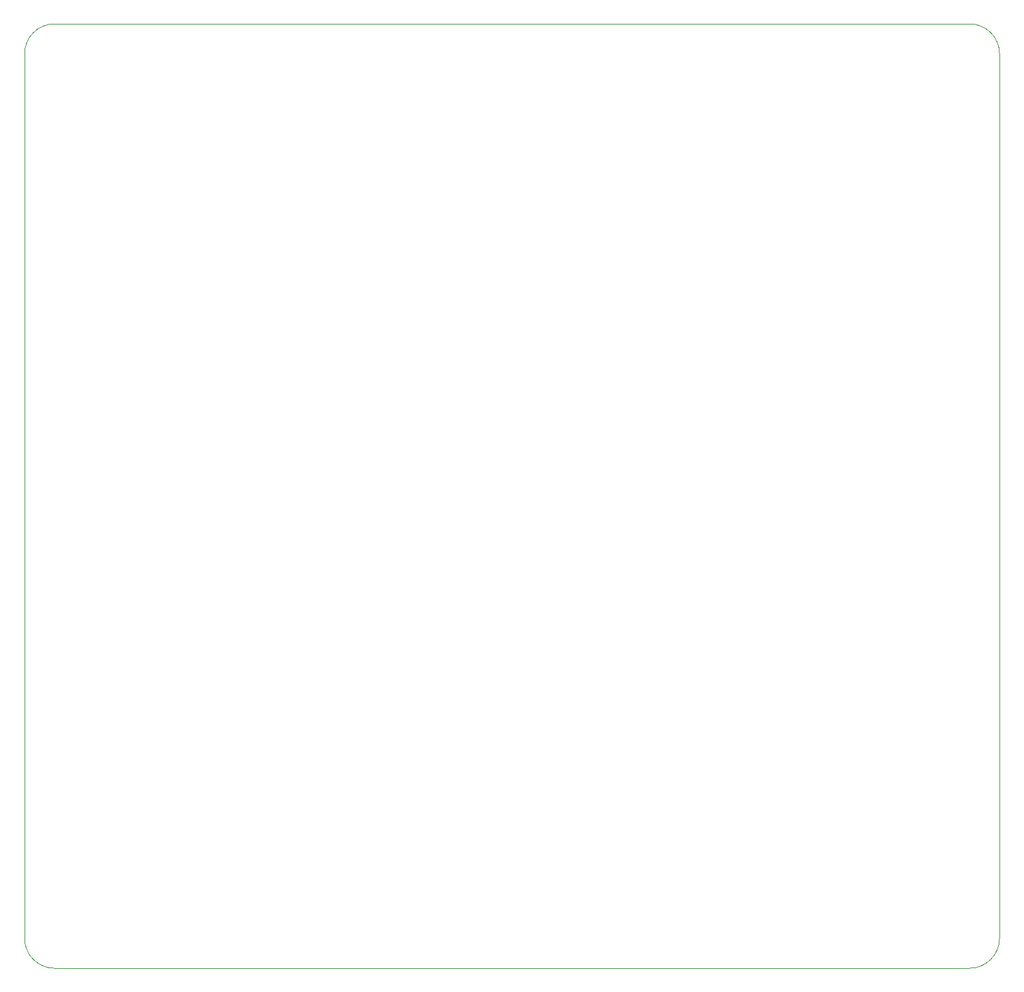
<source format=gbr>
%TF.GenerationSoftware,KiCad,Pcbnew,8.0.4*%
%TF.CreationDate,2024-10-02T08:39:37+07:00*%
%TF.ProjectId,Schematic_editted,53636865-6d61-4746-9963-5f6564697474,rev?*%
%TF.SameCoordinates,Original*%
%TF.FileFunction,Profile,NP*%
%FSLAX46Y46*%
G04 Gerber Fmt 4.6, Leading zero omitted, Abs format (unit mm)*
G04 Created by KiCad (PCBNEW 8.0.4) date 2024-10-02 08:39:37*
%MOMM*%
%LPD*%
G01*
G04 APERTURE LIST*
%TA.AperFunction,Profile*%
%ADD10C,0.050000*%
%TD*%
G04 APERTURE END LIST*
D10*
X77470000Y-35560000D02*
G75*
G02*
X81280000Y-31750000I3810000J0D01*
G01*
X195580000Y-152400000D02*
X198120000Y-152400000D01*
X195580000Y-152400000D02*
X82550000Y-152400000D01*
X198120000Y-31750000D02*
G75*
G02*
X201930000Y-35560000I0J-3810000D01*
G01*
X81280000Y-152400000D02*
G75*
G02*
X77470000Y-148590000I0J3810000D01*
G01*
X201930000Y-148590000D02*
X201930000Y-35560000D01*
X82550000Y-152400000D02*
X81280000Y-152400000D01*
X77470000Y-35560000D02*
X77470000Y-148590000D01*
X195580000Y-31750000D02*
X81280000Y-31750000D01*
X195580000Y-31750000D02*
X198120000Y-31750000D01*
X201930000Y-148590000D02*
G75*
G02*
X198120000Y-152400000I-3810000J0D01*
G01*
X198120001Y-31750000D02*
X198120001Y-31750000D01*
X198120001Y-31750000D01*
X198120001Y-31750000D01*
X198120001Y-31750000D01*
X198120001Y-31750000D01*
X198120001Y-31750001D01*
X198120001Y-31750001D01*
X198120001Y-31750001D01*
X198120001Y-31750001D01*
X198120001Y-31750001D01*
X198120001Y-31750001D01*
X198120001Y-31750001D01*
X198120000Y-31750001D01*
X198120000Y-31750001D01*
X198120000Y-31750001D01*
X198120000Y-31750001D01*
X198120000Y-31750001D01*
X198120000Y-31750001D01*
X198120000Y-31750001D01*
X198120000Y-31750001D01*
X198120000Y-31750001D01*
X198120000Y-31750001D01*
X198120000Y-31750001D01*
X198120000Y-31750001D01*
X198119999Y-31750001D01*
X198119999Y-31750001D01*
X198119999Y-31750001D01*
X198119999Y-31750001D01*
X198119999Y-31750001D01*
X198119999Y-31750001D01*
X198119999Y-31750000D01*
X198119999Y-31750000D01*
X198119999Y-31750000D01*
X198119999Y-31750000D01*
X198119999Y-31750000D01*
X198119999Y-31750000D01*
X198119999Y-31750000D02*
X198119999Y-31750000D01*
X198119999Y-31750000D01*
X198119999Y-31750000D01*
X198119999Y-31750000D01*
X198119999Y-31750000D01*
X198119999Y-31750000D01*
X198119999Y-31749999D01*
X198119999Y-31749999D01*
X198119999Y-31749999D01*
X198119999Y-31749999D01*
X198119999Y-31749999D01*
X198120000Y-31749999D01*
X198120000Y-31749999D01*
X198120000Y-31749999D01*
X198120000Y-31749999D01*
X198120000Y-31749999D01*
X198120000Y-31749999D01*
X198120000Y-31749999D01*
X198120000Y-31749999D01*
X198120000Y-31749999D01*
X198120000Y-31749999D01*
X198120000Y-31749999D01*
X198120000Y-31749999D01*
X198120001Y-31749999D01*
X198120001Y-31749999D01*
X198120001Y-31749999D01*
X198120001Y-31749999D01*
X198120001Y-31749999D01*
X198120001Y-31749999D01*
X198120001Y-31750000D01*
X198120001Y-31750000D01*
X198120001Y-31750000D01*
X198120001Y-31750000D01*
X198120001Y-31750000D01*
X198120001Y-31750000D01*
X198120001Y-31750000D01*
M02*

</source>
